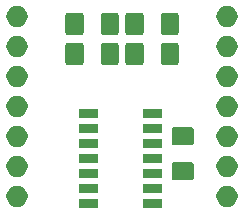
<source format=gbr>
G04 #@! TF.GenerationSoftware,KiCad,Pcbnew,5.1.5-52549c5~84~ubuntu18.04.1*
G04 #@! TF.CreationDate,2019-12-24T12:24:14-07:00*
G04 #@! TF.ProjectId,001,3030312e-6b69-4636-9164-5f7063625858,rev?*
G04 #@! TF.SameCoordinates,Original*
G04 #@! TF.FileFunction,Soldermask,Top*
G04 #@! TF.FilePolarity,Negative*
%FSLAX46Y46*%
G04 Gerber Fmt 4.6, Leading zero omitted, Abs format (unit mm)*
G04 Created by KiCad (PCBNEW 5.1.5-52549c5~84~ubuntu18.04.1) date 2019-12-24 12:24:14*
%MOMM*%
%LPD*%
G04 APERTURE LIST*
%ADD10C,0.100000*%
G04 APERTURE END LIST*
D10*
G36*
X160903900Y-114040600D02*
G01*
X159276900Y-114040600D01*
X159276900Y-113238600D01*
X160903900Y-113238600D01*
X160903900Y-114040600D01*
G37*
G36*
X155479900Y-114040600D02*
G01*
X153852900Y-114040600D01*
X153852900Y-113238600D01*
X155479900Y-113238600D01*
X155479900Y-114040600D01*
G37*
G36*
X166483512Y-112133927D02*
G01*
X166632812Y-112163624D01*
X166796784Y-112231544D01*
X166944354Y-112330147D01*
X167069853Y-112455646D01*
X167168456Y-112603216D01*
X167236376Y-112767188D01*
X167271000Y-112941259D01*
X167271000Y-113118741D01*
X167236376Y-113292812D01*
X167168456Y-113456784D01*
X167069853Y-113604354D01*
X166944354Y-113729853D01*
X166796784Y-113828456D01*
X166632812Y-113896376D01*
X166483512Y-113926073D01*
X166458742Y-113931000D01*
X166281258Y-113931000D01*
X166256488Y-113926073D01*
X166107188Y-113896376D01*
X165943216Y-113828456D01*
X165795646Y-113729853D01*
X165670147Y-113604354D01*
X165571544Y-113456784D01*
X165503624Y-113292812D01*
X165469000Y-113118741D01*
X165469000Y-112941259D01*
X165503624Y-112767188D01*
X165571544Y-112603216D01*
X165670147Y-112455646D01*
X165795646Y-112330147D01*
X165943216Y-112231544D01*
X166107188Y-112163624D01*
X166256488Y-112133927D01*
X166281258Y-112129000D01*
X166458742Y-112129000D01*
X166483512Y-112133927D01*
G37*
G36*
X148703512Y-112133927D02*
G01*
X148852812Y-112163624D01*
X149016784Y-112231544D01*
X149164354Y-112330147D01*
X149289853Y-112455646D01*
X149388456Y-112603216D01*
X149456376Y-112767188D01*
X149491000Y-112941259D01*
X149491000Y-113118741D01*
X149456376Y-113292812D01*
X149388456Y-113456784D01*
X149289853Y-113604354D01*
X149164354Y-113729853D01*
X149016784Y-113828456D01*
X148852812Y-113896376D01*
X148703512Y-113926073D01*
X148678742Y-113931000D01*
X148501258Y-113931000D01*
X148476488Y-113926073D01*
X148327188Y-113896376D01*
X148163216Y-113828456D01*
X148015646Y-113729853D01*
X147890147Y-113604354D01*
X147791544Y-113456784D01*
X147723624Y-113292812D01*
X147689000Y-113118741D01*
X147689000Y-112941259D01*
X147723624Y-112767188D01*
X147791544Y-112603216D01*
X147890147Y-112455646D01*
X148015646Y-112330147D01*
X148163216Y-112231544D01*
X148327188Y-112163624D01*
X148476488Y-112133927D01*
X148501258Y-112129000D01*
X148678742Y-112129000D01*
X148703512Y-112133927D01*
G37*
G36*
X155479900Y-112770600D02*
G01*
X153852900Y-112770600D01*
X153852900Y-111968600D01*
X155479900Y-111968600D01*
X155479900Y-112770600D01*
G37*
G36*
X160903900Y-112770600D02*
G01*
X159276900Y-112770600D01*
X159276900Y-111968600D01*
X160903900Y-111968600D01*
X160903900Y-112770600D01*
G37*
G36*
X163386362Y-110151381D02*
G01*
X163421281Y-110161974D01*
X163453463Y-110179176D01*
X163481673Y-110202327D01*
X163504824Y-110230537D01*
X163522026Y-110262719D01*
X163532619Y-110297638D01*
X163536800Y-110340095D01*
X163536800Y-111481305D01*
X163532619Y-111523762D01*
X163522026Y-111558681D01*
X163504824Y-111590863D01*
X163481673Y-111619073D01*
X163453463Y-111642224D01*
X163421281Y-111659426D01*
X163386362Y-111670019D01*
X163343905Y-111674200D01*
X161877695Y-111674200D01*
X161835238Y-111670019D01*
X161800319Y-111659426D01*
X161768137Y-111642224D01*
X161739927Y-111619073D01*
X161716776Y-111590863D01*
X161699574Y-111558681D01*
X161688981Y-111523762D01*
X161684800Y-111481305D01*
X161684800Y-110340095D01*
X161688981Y-110297638D01*
X161699574Y-110262719D01*
X161716776Y-110230537D01*
X161739927Y-110202327D01*
X161768137Y-110179176D01*
X161800319Y-110161974D01*
X161835238Y-110151381D01*
X161877695Y-110147200D01*
X163343905Y-110147200D01*
X163386362Y-110151381D01*
G37*
G36*
X160903900Y-111500600D02*
G01*
X159276900Y-111500600D01*
X159276900Y-110698600D01*
X160903900Y-110698600D01*
X160903900Y-111500600D01*
G37*
G36*
X155479900Y-111500600D02*
G01*
X153852900Y-111500600D01*
X153852900Y-110698600D01*
X155479900Y-110698600D01*
X155479900Y-111500600D01*
G37*
G36*
X166483512Y-109593927D02*
G01*
X166632812Y-109623624D01*
X166796784Y-109691544D01*
X166944354Y-109790147D01*
X167069853Y-109915646D01*
X167168456Y-110063216D01*
X167236376Y-110227188D01*
X167271000Y-110401259D01*
X167271000Y-110578741D01*
X167236376Y-110752812D01*
X167168456Y-110916784D01*
X167069853Y-111064354D01*
X166944354Y-111189853D01*
X166796784Y-111288456D01*
X166632812Y-111356376D01*
X166483512Y-111386073D01*
X166458742Y-111391000D01*
X166281258Y-111391000D01*
X166256488Y-111386073D01*
X166107188Y-111356376D01*
X165943216Y-111288456D01*
X165795646Y-111189853D01*
X165670147Y-111064354D01*
X165571544Y-110916784D01*
X165503624Y-110752812D01*
X165469000Y-110578741D01*
X165469000Y-110401259D01*
X165503624Y-110227188D01*
X165571544Y-110063216D01*
X165670147Y-109915646D01*
X165795646Y-109790147D01*
X165943216Y-109691544D01*
X166107188Y-109623624D01*
X166256488Y-109593927D01*
X166281258Y-109589000D01*
X166458742Y-109589000D01*
X166483512Y-109593927D01*
G37*
G36*
X148703512Y-109593927D02*
G01*
X148852812Y-109623624D01*
X149016784Y-109691544D01*
X149164354Y-109790147D01*
X149289853Y-109915646D01*
X149388456Y-110063216D01*
X149456376Y-110227188D01*
X149491000Y-110401259D01*
X149491000Y-110578741D01*
X149456376Y-110752812D01*
X149388456Y-110916784D01*
X149289853Y-111064354D01*
X149164354Y-111189853D01*
X149016784Y-111288456D01*
X148852812Y-111356376D01*
X148703512Y-111386073D01*
X148678742Y-111391000D01*
X148501258Y-111391000D01*
X148476488Y-111386073D01*
X148327188Y-111356376D01*
X148163216Y-111288456D01*
X148015646Y-111189853D01*
X147890147Y-111064354D01*
X147791544Y-110916784D01*
X147723624Y-110752812D01*
X147689000Y-110578741D01*
X147689000Y-110401259D01*
X147723624Y-110227188D01*
X147791544Y-110063216D01*
X147890147Y-109915646D01*
X148015646Y-109790147D01*
X148163216Y-109691544D01*
X148327188Y-109623624D01*
X148476488Y-109593927D01*
X148501258Y-109589000D01*
X148678742Y-109589000D01*
X148703512Y-109593927D01*
G37*
G36*
X155479900Y-110230600D02*
G01*
X153852900Y-110230600D01*
X153852900Y-109428600D01*
X155479900Y-109428600D01*
X155479900Y-110230600D01*
G37*
G36*
X160903900Y-110230600D02*
G01*
X159276900Y-110230600D01*
X159276900Y-109428600D01*
X160903900Y-109428600D01*
X160903900Y-110230600D01*
G37*
G36*
X155479900Y-108960600D02*
G01*
X153852900Y-108960600D01*
X153852900Y-108158600D01*
X155479900Y-108158600D01*
X155479900Y-108960600D01*
G37*
G36*
X160903900Y-108960600D02*
G01*
X159276900Y-108960600D01*
X159276900Y-108158600D01*
X160903900Y-108158600D01*
X160903900Y-108960600D01*
G37*
G36*
X166483512Y-107053927D02*
G01*
X166632812Y-107083624D01*
X166796784Y-107151544D01*
X166944354Y-107250147D01*
X167069853Y-107375646D01*
X167168456Y-107523216D01*
X167236376Y-107687188D01*
X167271000Y-107861259D01*
X167271000Y-108038741D01*
X167236376Y-108212812D01*
X167168456Y-108376784D01*
X167069853Y-108524354D01*
X166944354Y-108649853D01*
X166796784Y-108748456D01*
X166632812Y-108816376D01*
X166483512Y-108846073D01*
X166458742Y-108851000D01*
X166281258Y-108851000D01*
X166256488Y-108846073D01*
X166107188Y-108816376D01*
X165943216Y-108748456D01*
X165795646Y-108649853D01*
X165670147Y-108524354D01*
X165571544Y-108376784D01*
X165503624Y-108212812D01*
X165469000Y-108038741D01*
X165469000Y-107861259D01*
X165503624Y-107687188D01*
X165571544Y-107523216D01*
X165670147Y-107375646D01*
X165795646Y-107250147D01*
X165943216Y-107151544D01*
X166107188Y-107083624D01*
X166256488Y-107053927D01*
X166281258Y-107049000D01*
X166458742Y-107049000D01*
X166483512Y-107053927D01*
G37*
G36*
X148703512Y-107053927D02*
G01*
X148852812Y-107083624D01*
X149016784Y-107151544D01*
X149164354Y-107250147D01*
X149289853Y-107375646D01*
X149388456Y-107523216D01*
X149456376Y-107687188D01*
X149491000Y-107861259D01*
X149491000Y-108038741D01*
X149456376Y-108212812D01*
X149388456Y-108376784D01*
X149289853Y-108524354D01*
X149164354Y-108649853D01*
X149016784Y-108748456D01*
X148852812Y-108816376D01*
X148703512Y-108846073D01*
X148678742Y-108851000D01*
X148501258Y-108851000D01*
X148476488Y-108846073D01*
X148327188Y-108816376D01*
X148163216Y-108748456D01*
X148015646Y-108649853D01*
X147890147Y-108524354D01*
X147791544Y-108376784D01*
X147723624Y-108212812D01*
X147689000Y-108038741D01*
X147689000Y-107861259D01*
X147723624Y-107687188D01*
X147791544Y-107523216D01*
X147890147Y-107375646D01*
X148015646Y-107250147D01*
X148163216Y-107151544D01*
X148327188Y-107083624D01*
X148476488Y-107053927D01*
X148501258Y-107049000D01*
X148678742Y-107049000D01*
X148703512Y-107053927D01*
G37*
G36*
X163386362Y-107176381D02*
G01*
X163421281Y-107186974D01*
X163453463Y-107204176D01*
X163481673Y-107227327D01*
X163504824Y-107255537D01*
X163522026Y-107287719D01*
X163532619Y-107322638D01*
X163536800Y-107365095D01*
X163536800Y-108506305D01*
X163532619Y-108548762D01*
X163522026Y-108583681D01*
X163504824Y-108615863D01*
X163481673Y-108644073D01*
X163453463Y-108667224D01*
X163421281Y-108684426D01*
X163386362Y-108695019D01*
X163343905Y-108699200D01*
X161877695Y-108699200D01*
X161835238Y-108695019D01*
X161800319Y-108684426D01*
X161768137Y-108667224D01*
X161739927Y-108644073D01*
X161716776Y-108615863D01*
X161699574Y-108583681D01*
X161688981Y-108548762D01*
X161684800Y-108506305D01*
X161684800Y-107365095D01*
X161688981Y-107322638D01*
X161699574Y-107287719D01*
X161716776Y-107255537D01*
X161739927Y-107227327D01*
X161768137Y-107204176D01*
X161800319Y-107186974D01*
X161835238Y-107176381D01*
X161877695Y-107172200D01*
X163343905Y-107172200D01*
X163386362Y-107176381D01*
G37*
G36*
X155479900Y-107690600D02*
G01*
X153852900Y-107690600D01*
X153852900Y-106888600D01*
X155479900Y-106888600D01*
X155479900Y-107690600D01*
G37*
G36*
X160903900Y-107690600D02*
G01*
X159276900Y-107690600D01*
X159276900Y-106888600D01*
X160903900Y-106888600D01*
X160903900Y-107690600D01*
G37*
G36*
X160903900Y-106420600D02*
G01*
X159276900Y-106420600D01*
X159276900Y-105618600D01*
X160903900Y-105618600D01*
X160903900Y-106420600D01*
G37*
G36*
X155479900Y-106420600D02*
G01*
X153852900Y-106420600D01*
X153852900Y-105618600D01*
X155479900Y-105618600D01*
X155479900Y-106420600D01*
G37*
G36*
X166483512Y-104513927D02*
G01*
X166632812Y-104543624D01*
X166796784Y-104611544D01*
X166944354Y-104710147D01*
X167069853Y-104835646D01*
X167168456Y-104983216D01*
X167236376Y-105147188D01*
X167271000Y-105321259D01*
X167271000Y-105498741D01*
X167236376Y-105672812D01*
X167168456Y-105836784D01*
X167069853Y-105984354D01*
X166944354Y-106109853D01*
X166796784Y-106208456D01*
X166632812Y-106276376D01*
X166483512Y-106306073D01*
X166458742Y-106311000D01*
X166281258Y-106311000D01*
X166256488Y-106306073D01*
X166107188Y-106276376D01*
X165943216Y-106208456D01*
X165795646Y-106109853D01*
X165670147Y-105984354D01*
X165571544Y-105836784D01*
X165503624Y-105672812D01*
X165469000Y-105498741D01*
X165469000Y-105321259D01*
X165503624Y-105147188D01*
X165571544Y-104983216D01*
X165670147Y-104835646D01*
X165795646Y-104710147D01*
X165943216Y-104611544D01*
X166107188Y-104543624D01*
X166256488Y-104513927D01*
X166281258Y-104509000D01*
X166458742Y-104509000D01*
X166483512Y-104513927D01*
G37*
G36*
X148703512Y-104513927D02*
G01*
X148852812Y-104543624D01*
X149016784Y-104611544D01*
X149164354Y-104710147D01*
X149289853Y-104835646D01*
X149388456Y-104983216D01*
X149456376Y-105147188D01*
X149491000Y-105321259D01*
X149491000Y-105498741D01*
X149456376Y-105672812D01*
X149388456Y-105836784D01*
X149289853Y-105984354D01*
X149164354Y-106109853D01*
X149016784Y-106208456D01*
X148852812Y-106276376D01*
X148703512Y-106306073D01*
X148678742Y-106311000D01*
X148501258Y-106311000D01*
X148476488Y-106306073D01*
X148327188Y-106276376D01*
X148163216Y-106208456D01*
X148015646Y-106109853D01*
X147890147Y-105984354D01*
X147791544Y-105836784D01*
X147723624Y-105672812D01*
X147689000Y-105498741D01*
X147689000Y-105321259D01*
X147723624Y-105147188D01*
X147791544Y-104983216D01*
X147890147Y-104835646D01*
X148015646Y-104710147D01*
X148163216Y-104611544D01*
X148327188Y-104543624D01*
X148476488Y-104513927D01*
X148501258Y-104509000D01*
X148678742Y-104509000D01*
X148703512Y-104513927D01*
G37*
G36*
X148703512Y-101973927D02*
G01*
X148852812Y-102003624D01*
X149016784Y-102071544D01*
X149164354Y-102170147D01*
X149289853Y-102295646D01*
X149388456Y-102443216D01*
X149456376Y-102607188D01*
X149491000Y-102781259D01*
X149491000Y-102958741D01*
X149456376Y-103132812D01*
X149388456Y-103296784D01*
X149289853Y-103444354D01*
X149164354Y-103569853D01*
X149016784Y-103668456D01*
X148852812Y-103736376D01*
X148703512Y-103766073D01*
X148678742Y-103771000D01*
X148501258Y-103771000D01*
X148476488Y-103766073D01*
X148327188Y-103736376D01*
X148163216Y-103668456D01*
X148015646Y-103569853D01*
X147890147Y-103444354D01*
X147791544Y-103296784D01*
X147723624Y-103132812D01*
X147689000Y-102958741D01*
X147689000Y-102781259D01*
X147723624Y-102607188D01*
X147791544Y-102443216D01*
X147890147Y-102295646D01*
X148015646Y-102170147D01*
X148163216Y-102071544D01*
X148327188Y-102003624D01*
X148476488Y-101973927D01*
X148501258Y-101969000D01*
X148678742Y-101969000D01*
X148703512Y-101973927D01*
G37*
G36*
X166483512Y-101973927D02*
G01*
X166632812Y-102003624D01*
X166796784Y-102071544D01*
X166944354Y-102170147D01*
X167069853Y-102295646D01*
X167168456Y-102443216D01*
X167236376Y-102607188D01*
X167271000Y-102781259D01*
X167271000Y-102958741D01*
X167236376Y-103132812D01*
X167168456Y-103296784D01*
X167069853Y-103444354D01*
X166944354Y-103569853D01*
X166796784Y-103668456D01*
X166632812Y-103736376D01*
X166483512Y-103766073D01*
X166458742Y-103771000D01*
X166281258Y-103771000D01*
X166256488Y-103766073D01*
X166107188Y-103736376D01*
X165943216Y-103668456D01*
X165795646Y-103569853D01*
X165670147Y-103444354D01*
X165571544Y-103296784D01*
X165503624Y-103132812D01*
X165469000Y-102958741D01*
X165469000Y-102781259D01*
X165503624Y-102607188D01*
X165571544Y-102443216D01*
X165670147Y-102295646D01*
X165795646Y-102170147D01*
X165943216Y-102071544D01*
X166107188Y-102003624D01*
X166256488Y-101973927D01*
X166281258Y-101969000D01*
X166458742Y-101969000D01*
X166483512Y-101973927D01*
G37*
G36*
X157040562Y-100043181D02*
G01*
X157075481Y-100053774D01*
X157107663Y-100070976D01*
X157135873Y-100094127D01*
X157159024Y-100122337D01*
X157176226Y-100154519D01*
X157186819Y-100189438D01*
X157191000Y-100231895D01*
X157191000Y-101698105D01*
X157186819Y-101740562D01*
X157176226Y-101775481D01*
X157159024Y-101807663D01*
X157135873Y-101835873D01*
X157107663Y-101859024D01*
X157075481Y-101876226D01*
X157040562Y-101886819D01*
X156998105Y-101891000D01*
X155856895Y-101891000D01*
X155814438Y-101886819D01*
X155779519Y-101876226D01*
X155747337Y-101859024D01*
X155719127Y-101835873D01*
X155695976Y-101807663D01*
X155678774Y-101775481D01*
X155668181Y-101740562D01*
X155664000Y-101698105D01*
X155664000Y-100231895D01*
X155668181Y-100189438D01*
X155678774Y-100154519D01*
X155695976Y-100122337D01*
X155719127Y-100094127D01*
X155747337Y-100070976D01*
X155779519Y-100053774D01*
X155814438Y-100043181D01*
X155856895Y-100039000D01*
X156998105Y-100039000D01*
X157040562Y-100043181D01*
G37*
G36*
X154065562Y-100043181D02*
G01*
X154100481Y-100053774D01*
X154132663Y-100070976D01*
X154160873Y-100094127D01*
X154184024Y-100122337D01*
X154201226Y-100154519D01*
X154211819Y-100189438D01*
X154216000Y-100231895D01*
X154216000Y-101698105D01*
X154211819Y-101740562D01*
X154201226Y-101775481D01*
X154184024Y-101807663D01*
X154160873Y-101835873D01*
X154132663Y-101859024D01*
X154100481Y-101876226D01*
X154065562Y-101886819D01*
X154023105Y-101891000D01*
X152881895Y-101891000D01*
X152839438Y-101886819D01*
X152804519Y-101876226D01*
X152772337Y-101859024D01*
X152744127Y-101835873D01*
X152720976Y-101807663D01*
X152703774Y-101775481D01*
X152693181Y-101740562D01*
X152689000Y-101698105D01*
X152689000Y-100231895D01*
X152693181Y-100189438D01*
X152703774Y-100154519D01*
X152720976Y-100122337D01*
X152744127Y-100094127D01*
X152772337Y-100070976D01*
X152804519Y-100053774D01*
X152839438Y-100043181D01*
X152881895Y-100039000D01*
X154023105Y-100039000D01*
X154065562Y-100043181D01*
G37*
G36*
X162120562Y-100043181D02*
G01*
X162155481Y-100053774D01*
X162187663Y-100070976D01*
X162215873Y-100094127D01*
X162239024Y-100122337D01*
X162256226Y-100154519D01*
X162266819Y-100189438D01*
X162271000Y-100231895D01*
X162271000Y-101698105D01*
X162266819Y-101740562D01*
X162256226Y-101775481D01*
X162239024Y-101807663D01*
X162215873Y-101835873D01*
X162187663Y-101859024D01*
X162155481Y-101876226D01*
X162120562Y-101886819D01*
X162078105Y-101891000D01*
X160936895Y-101891000D01*
X160894438Y-101886819D01*
X160859519Y-101876226D01*
X160827337Y-101859024D01*
X160799127Y-101835873D01*
X160775976Y-101807663D01*
X160758774Y-101775481D01*
X160748181Y-101740562D01*
X160744000Y-101698105D01*
X160744000Y-100231895D01*
X160748181Y-100189438D01*
X160758774Y-100154519D01*
X160775976Y-100122337D01*
X160799127Y-100094127D01*
X160827337Y-100070976D01*
X160859519Y-100053774D01*
X160894438Y-100043181D01*
X160936895Y-100039000D01*
X162078105Y-100039000D01*
X162120562Y-100043181D01*
G37*
G36*
X159145562Y-100043181D02*
G01*
X159180481Y-100053774D01*
X159212663Y-100070976D01*
X159240873Y-100094127D01*
X159264024Y-100122337D01*
X159281226Y-100154519D01*
X159291819Y-100189438D01*
X159296000Y-100231895D01*
X159296000Y-101698105D01*
X159291819Y-101740562D01*
X159281226Y-101775481D01*
X159264024Y-101807663D01*
X159240873Y-101835873D01*
X159212663Y-101859024D01*
X159180481Y-101876226D01*
X159145562Y-101886819D01*
X159103105Y-101891000D01*
X157961895Y-101891000D01*
X157919438Y-101886819D01*
X157884519Y-101876226D01*
X157852337Y-101859024D01*
X157824127Y-101835873D01*
X157800976Y-101807663D01*
X157783774Y-101775481D01*
X157773181Y-101740562D01*
X157769000Y-101698105D01*
X157769000Y-100231895D01*
X157773181Y-100189438D01*
X157783774Y-100154519D01*
X157800976Y-100122337D01*
X157824127Y-100094127D01*
X157852337Y-100070976D01*
X157884519Y-100053774D01*
X157919438Y-100043181D01*
X157961895Y-100039000D01*
X159103105Y-100039000D01*
X159145562Y-100043181D01*
G37*
G36*
X148703512Y-99433927D02*
G01*
X148852812Y-99463624D01*
X149016784Y-99531544D01*
X149164354Y-99630147D01*
X149289853Y-99755646D01*
X149388456Y-99903216D01*
X149456376Y-100067188D01*
X149474451Y-100158061D01*
X149489138Y-100231895D01*
X149491000Y-100241259D01*
X149491000Y-100418741D01*
X149456376Y-100592812D01*
X149388456Y-100756784D01*
X149289853Y-100904354D01*
X149164354Y-101029853D01*
X149016784Y-101128456D01*
X148852812Y-101196376D01*
X148703512Y-101226073D01*
X148678742Y-101231000D01*
X148501258Y-101231000D01*
X148476488Y-101226073D01*
X148327188Y-101196376D01*
X148163216Y-101128456D01*
X148015646Y-101029853D01*
X147890147Y-100904354D01*
X147791544Y-100756784D01*
X147723624Y-100592812D01*
X147689000Y-100418741D01*
X147689000Y-100241259D01*
X147690863Y-100231895D01*
X147705549Y-100158061D01*
X147723624Y-100067188D01*
X147791544Y-99903216D01*
X147890147Y-99755646D01*
X148015646Y-99630147D01*
X148163216Y-99531544D01*
X148327188Y-99463624D01*
X148476488Y-99433927D01*
X148501258Y-99429000D01*
X148678742Y-99429000D01*
X148703512Y-99433927D01*
G37*
G36*
X166483512Y-99433927D02*
G01*
X166632812Y-99463624D01*
X166796784Y-99531544D01*
X166944354Y-99630147D01*
X167069853Y-99755646D01*
X167168456Y-99903216D01*
X167236376Y-100067188D01*
X167254451Y-100158061D01*
X167269138Y-100231895D01*
X167271000Y-100241259D01*
X167271000Y-100418741D01*
X167236376Y-100592812D01*
X167168456Y-100756784D01*
X167069853Y-100904354D01*
X166944354Y-101029853D01*
X166796784Y-101128456D01*
X166632812Y-101196376D01*
X166483512Y-101226073D01*
X166458742Y-101231000D01*
X166281258Y-101231000D01*
X166256488Y-101226073D01*
X166107188Y-101196376D01*
X165943216Y-101128456D01*
X165795646Y-101029853D01*
X165670147Y-100904354D01*
X165571544Y-100756784D01*
X165503624Y-100592812D01*
X165469000Y-100418741D01*
X165469000Y-100241259D01*
X165470863Y-100231895D01*
X165485549Y-100158061D01*
X165503624Y-100067188D01*
X165571544Y-99903216D01*
X165670147Y-99755646D01*
X165795646Y-99630147D01*
X165943216Y-99531544D01*
X166107188Y-99463624D01*
X166256488Y-99433927D01*
X166281258Y-99429000D01*
X166458742Y-99429000D01*
X166483512Y-99433927D01*
G37*
G36*
X162120562Y-97503181D02*
G01*
X162155481Y-97513774D01*
X162187663Y-97530976D01*
X162215873Y-97554127D01*
X162239024Y-97582337D01*
X162256226Y-97614519D01*
X162266819Y-97649438D01*
X162271000Y-97691895D01*
X162271000Y-99158105D01*
X162266819Y-99200562D01*
X162256226Y-99235481D01*
X162239024Y-99267663D01*
X162215873Y-99295873D01*
X162187663Y-99319024D01*
X162155481Y-99336226D01*
X162120562Y-99346819D01*
X162078105Y-99351000D01*
X160936895Y-99351000D01*
X160894438Y-99346819D01*
X160859519Y-99336226D01*
X160827337Y-99319024D01*
X160799127Y-99295873D01*
X160775976Y-99267663D01*
X160758774Y-99235481D01*
X160748181Y-99200562D01*
X160744000Y-99158105D01*
X160744000Y-97691895D01*
X160748181Y-97649438D01*
X160758774Y-97614519D01*
X160775976Y-97582337D01*
X160799127Y-97554127D01*
X160827337Y-97530976D01*
X160859519Y-97513774D01*
X160894438Y-97503181D01*
X160936895Y-97499000D01*
X162078105Y-97499000D01*
X162120562Y-97503181D01*
G37*
G36*
X159145562Y-97503181D02*
G01*
X159180481Y-97513774D01*
X159212663Y-97530976D01*
X159240873Y-97554127D01*
X159264024Y-97582337D01*
X159281226Y-97614519D01*
X159291819Y-97649438D01*
X159296000Y-97691895D01*
X159296000Y-99158105D01*
X159291819Y-99200562D01*
X159281226Y-99235481D01*
X159264024Y-99267663D01*
X159240873Y-99295873D01*
X159212663Y-99319024D01*
X159180481Y-99336226D01*
X159145562Y-99346819D01*
X159103105Y-99351000D01*
X157961895Y-99351000D01*
X157919438Y-99346819D01*
X157884519Y-99336226D01*
X157852337Y-99319024D01*
X157824127Y-99295873D01*
X157800976Y-99267663D01*
X157783774Y-99235481D01*
X157773181Y-99200562D01*
X157769000Y-99158105D01*
X157769000Y-97691895D01*
X157773181Y-97649438D01*
X157783774Y-97614519D01*
X157800976Y-97582337D01*
X157824127Y-97554127D01*
X157852337Y-97530976D01*
X157884519Y-97513774D01*
X157919438Y-97503181D01*
X157961895Y-97499000D01*
X159103105Y-97499000D01*
X159145562Y-97503181D01*
G37*
G36*
X154065562Y-97503181D02*
G01*
X154100481Y-97513774D01*
X154132663Y-97530976D01*
X154160873Y-97554127D01*
X154184024Y-97582337D01*
X154201226Y-97614519D01*
X154211819Y-97649438D01*
X154216000Y-97691895D01*
X154216000Y-99158105D01*
X154211819Y-99200562D01*
X154201226Y-99235481D01*
X154184024Y-99267663D01*
X154160873Y-99295873D01*
X154132663Y-99319024D01*
X154100481Y-99336226D01*
X154065562Y-99346819D01*
X154023105Y-99351000D01*
X152881895Y-99351000D01*
X152839438Y-99346819D01*
X152804519Y-99336226D01*
X152772337Y-99319024D01*
X152744127Y-99295873D01*
X152720976Y-99267663D01*
X152703774Y-99235481D01*
X152693181Y-99200562D01*
X152689000Y-99158105D01*
X152689000Y-97691895D01*
X152693181Y-97649438D01*
X152703774Y-97614519D01*
X152720976Y-97582337D01*
X152744127Y-97554127D01*
X152772337Y-97530976D01*
X152804519Y-97513774D01*
X152839438Y-97503181D01*
X152881895Y-97499000D01*
X154023105Y-97499000D01*
X154065562Y-97503181D01*
G37*
G36*
X157040562Y-97503181D02*
G01*
X157075481Y-97513774D01*
X157107663Y-97530976D01*
X157135873Y-97554127D01*
X157159024Y-97582337D01*
X157176226Y-97614519D01*
X157186819Y-97649438D01*
X157191000Y-97691895D01*
X157191000Y-99158105D01*
X157186819Y-99200562D01*
X157176226Y-99235481D01*
X157159024Y-99267663D01*
X157135873Y-99295873D01*
X157107663Y-99319024D01*
X157075481Y-99336226D01*
X157040562Y-99346819D01*
X156998105Y-99351000D01*
X155856895Y-99351000D01*
X155814438Y-99346819D01*
X155779519Y-99336226D01*
X155747337Y-99319024D01*
X155719127Y-99295873D01*
X155695976Y-99267663D01*
X155678774Y-99235481D01*
X155668181Y-99200562D01*
X155664000Y-99158105D01*
X155664000Y-97691895D01*
X155668181Y-97649438D01*
X155678774Y-97614519D01*
X155695976Y-97582337D01*
X155719127Y-97554127D01*
X155747337Y-97530976D01*
X155779519Y-97513774D01*
X155814438Y-97503181D01*
X155856895Y-97499000D01*
X156998105Y-97499000D01*
X157040562Y-97503181D01*
G37*
G36*
X166483512Y-96893927D02*
G01*
X166632812Y-96923624D01*
X166796784Y-96991544D01*
X166944354Y-97090147D01*
X167069853Y-97215646D01*
X167168456Y-97363216D01*
X167236376Y-97527188D01*
X167254451Y-97618061D01*
X167269138Y-97691895D01*
X167271000Y-97701259D01*
X167271000Y-97878741D01*
X167236376Y-98052812D01*
X167168456Y-98216784D01*
X167069853Y-98364354D01*
X166944354Y-98489853D01*
X166796784Y-98588456D01*
X166632812Y-98656376D01*
X166483512Y-98686073D01*
X166458742Y-98691000D01*
X166281258Y-98691000D01*
X166256488Y-98686073D01*
X166107188Y-98656376D01*
X165943216Y-98588456D01*
X165795646Y-98489853D01*
X165670147Y-98364354D01*
X165571544Y-98216784D01*
X165503624Y-98052812D01*
X165469000Y-97878741D01*
X165469000Y-97701259D01*
X165470863Y-97691895D01*
X165485549Y-97618061D01*
X165503624Y-97527188D01*
X165571544Y-97363216D01*
X165670147Y-97215646D01*
X165795646Y-97090147D01*
X165943216Y-96991544D01*
X166107188Y-96923624D01*
X166256488Y-96893927D01*
X166281258Y-96889000D01*
X166458742Y-96889000D01*
X166483512Y-96893927D01*
G37*
G36*
X148703512Y-96893927D02*
G01*
X148852812Y-96923624D01*
X149016784Y-96991544D01*
X149164354Y-97090147D01*
X149289853Y-97215646D01*
X149388456Y-97363216D01*
X149456376Y-97527188D01*
X149474451Y-97618061D01*
X149489138Y-97691895D01*
X149491000Y-97701259D01*
X149491000Y-97878741D01*
X149456376Y-98052812D01*
X149388456Y-98216784D01*
X149289853Y-98364354D01*
X149164354Y-98489853D01*
X149016784Y-98588456D01*
X148852812Y-98656376D01*
X148703512Y-98686073D01*
X148678742Y-98691000D01*
X148501258Y-98691000D01*
X148476488Y-98686073D01*
X148327188Y-98656376D01*
X148163216Y-98588456D01*
X148015646Y-98489853D01*
X147890147Y-98364354D01*
X147791544Y-98216784D01*
X147723624Y-98052812D01*
X147689000Y-97878741D01*
X147689000Y-97701259D01*
X147690863Y-97691895D01*
X147705549Y-97618061D01*
X147723624Y-97527188D01*
X147791544Y-97363216D01*
X147890147Y-97215646D01*
X148015646Y-97090147D01*
X148163216Y-96991544D01*
X148327188Y-96923624D01*
X148476488Y-96893927D01*
X148501258Y-96889000D01*
X148678742Y-96889000D01*
X148703512Y-96893927D01*
G37*
M02*

</source>
